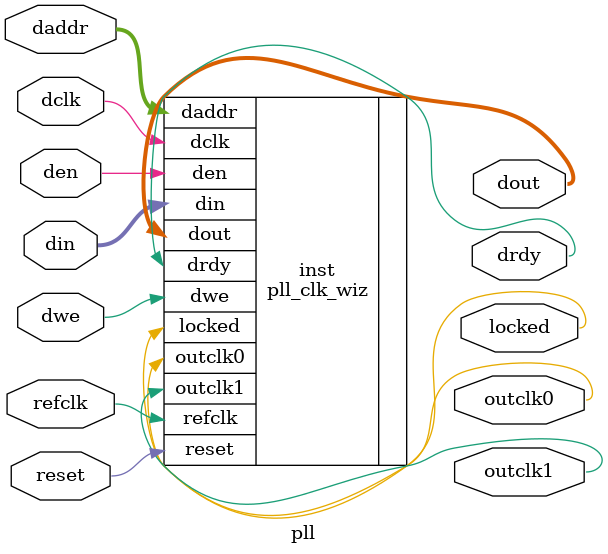
<source format=v>


`timescale 1ps/1ps

(* CORE_GENERATION_INFO = "pll,clk_wiz_v6_0_15_0_0,{component_name=pll,use_phase_alignment=false,use_min_o_jitter=false,use_max_i_jitter=false,use_dyn_phase_shift=false,use_inclk_switchover=false,use_dyn_reconfig=true,enable_axi=0,feedback_source=FDBK_AUTO,PRIMITIVE=PLL,num_out_clk=2,clkin1_period=20.000,clkin2_period=10.0,use_power_down=false,use_reset=true,use_locked=true,use_inclk_stopped=false,feedback_type=SINGLE,CLOCK_MGR_TYPE=NA,manual_override=false}" *)

module pll 
 (
  // Clock out ports
  output        outclk0,
  output        outclk1,
  // Dynamic reconfiguration ports
  input   [6:0] daddr,
  input         dclk,
  input         den,
  input  [15:0] din,
  output [15:0] dout,
  output        drdy,
  input         dwe,
  // Status and control signals
  input         reset,
  output        locked,
 // Clock in ports
  input         refclk
 );

  pll_clk_wiz inst
  (
  // Clock out ports  
  .outclk0(outclk0),
  .outclk1(outclk1),
  // Dynamic reconfiguration ports            
  .daddr(daddr),
  .dclk(dclk),
  .den(den),
  .din(din),
  .dout(dout),
  .drdy(drdy),
  .dwe(dwe),
  // Status and control signals               
  .reset(reset), 
  .locked(locked),
 // Clock in ports
  .refclk(refclk)
  );

endmodule

</source>
